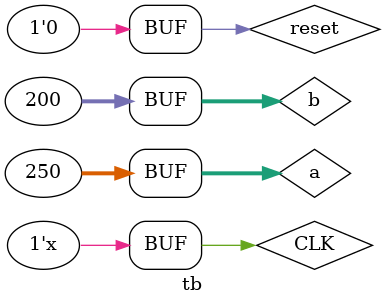
<source format=v>
`timescale 1ns/1ns
module tb;

reg [31:0] a;
reg [31:0] b;
reg CLK;
reg reset;
wire result;

an_fsm i0(
	.a(a),
	.b(b),
	.reset(reset),
	.CLK(CLK),
	.result(result)
);


initial	
	begin
	CLK = 1'b0;
	reset = 1'b1;
	a = 32'd250;
	b = 32'd251;
	
	#5
	reset = 1'b0;
	
	#10
	reset = 1'b1;
	b = 32'd200;
	
	#5
	reset = 1'b0;
	
	end
	
	
always 
	begin
	#1
	CLK = ~CLK;
	end

endmodule

</source>
